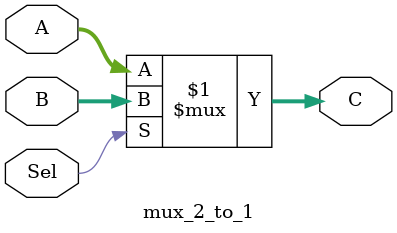
<source format=v>
/******************************************************************
* Description
*		This is a very simple multiplexor 2 to 1
*      with 32bit buses
* Version:
*	1.0
* Author:
*	Darío Arias Muñoz
* email:
*	darioaam@gmail.com
* Date:
*	12/03/2020
******************************************************************/
module mux_2_to_1
(
	input  [31:0] A,
	input  [31:0] B,
	input       Sel,
	output [31:0] C
);


	assign C = (Sel) ? B : A;

endmodule
//andgate//
</source>
